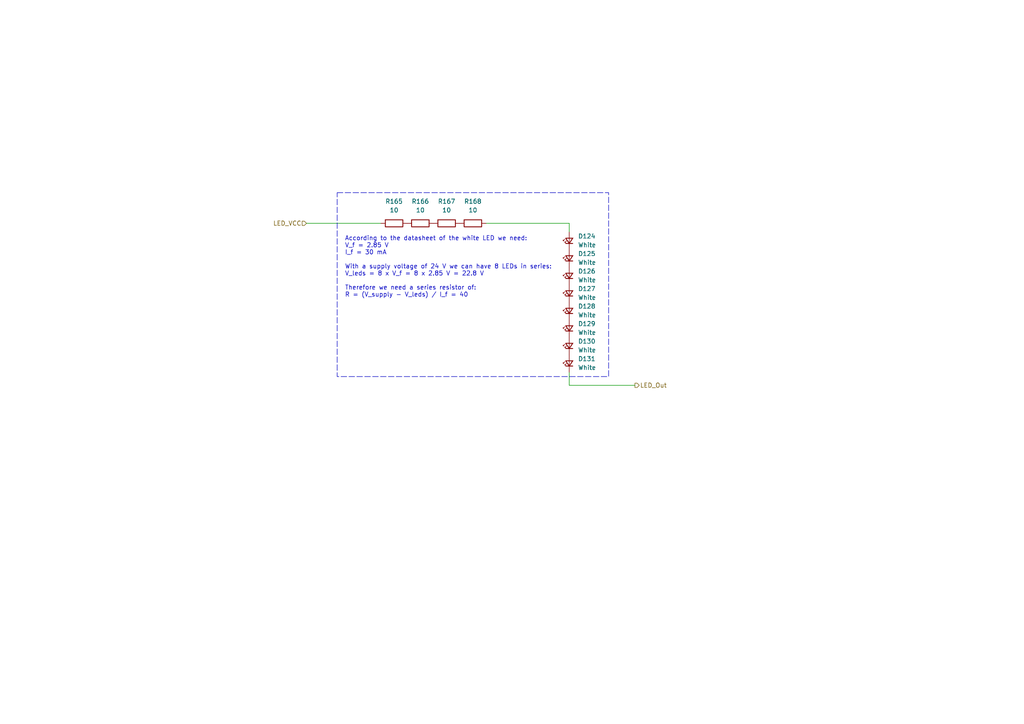
<source format=kicad_sch>
(kicad_sch (version 20231120) (generator "eeschema") (generator_version "8.0")
  (paper "A4")
  (lib_symbols
    (symbol "_LED:White" (pin_numbers hide) (pin_names (offset 0.254) hide)
      (property "Reference" "D" (at -1.27 3.175 0))
      (property "Value" "White" (at -4.445 -2.54 0))
      (symbol "White_0_1"
        (polyline (pts (xy -0.762 -1.016) (xy -0.762 1.016)) (stroke (width 0.254)))
        (polyline (pts (xy 1.016 0) (xy -0.762 0)))
        (polyline (pts (xy 0.762 -1.016) (xy -0.762 0) (xy 0.762 1.016) (xy 0.762 -1.016)) (stroke (width 0.254)))
        (polyline (pts (xy 0 0.762) (xy -0.508 1.27) (xy -0.254 1.27) (xy -0.508 1.27) (xy -0.508 1.016)))
        (polyline (pts (xy 0.508 1.27) (xy 0 1.778) (xy 0.254 1.778) (xy 0 1.778) (xy 0 1.524)))
      )
      (symbol "White_1_1"
        (pin passive line (at -2.54 0 0) (length 1.778) (name "K") (number "1"))
        (pin passive line (at 2.54 0 180) (length 1.778) (name "A") (number "2"))
      )
    )
    (symbol "_R_0603:10" (pin_numbers hide) (pin_names (offset 0))
      (property "Reference" "R" (at 2.032 0 90))
      (property "Value" "10" (at 0 0 90))
      (symbol "10_0_1"
        (rectangle (start -1.016 -2.54) (end 1.016 2.54) (stroke (width 0.254)))
      )
      (symbol "10_1_1"
        (pin passive line (at 0 3.81 270) (length 1.27) (name "~") (number "1"))
        (pin passive line (at 0 -3.81 90) (length 1.27) (name "~") (number "2"))
      )
    )
  )
  (wire (pts (xy 88.9 64.77) (xy 110.49 64.77)))
  (wire (pts (xy 165.1 111.76) (xy 184.15 111.76)))
  (wire (pts (xy 140.97 64.77) (xy 165.1 64.77)))
  (wire (pts (xy 165.1 107.95) (xy 165.1 111.76)))
  (wire (pts (xy 165.1 64.77) (xy 165.1 67.31)))
  (rectangle (start 97.79 55.88) (end 176.53 109.22) (stroke (width 0) (type dash)))
  (text_box "According to the datasheet of the white LED we need:\nV_f = 2.85 V\nI_f = 30 mA\n\nWith a supply voltage of 24 V we can have 8 LEDs in series:\nV_leds = 8 x V_f = 8 x 2.85 V = 22.8 V\n\nTherefore we need a series resistor of:\nR = (V_supply - V_leds) / I_f = 40\n\n" (at 99.06 67.31 0) (size 64.77 19.05) (stroke (width -0.0001)) (effects (font (size 1.27 1.27)) (justify left top)))
  (hierarchical_label "LED_VCC" (shape input) (at 88.9 64.77 180))
  (hierarchical_label "LED_Out" (shape output) (at 184.15 111.76 0))
  (symbol (lib_id "_R_0603:10") (at 121.92 64.77 90) (unit 1)
    (property "Reference" "R130" (at 121.92 58.42 90))
    (property "Value" "10" (at 121.92 60.96 90))
    (property "Footprint" "Resistor_SMD:R_0603_1608Metric" (effects (hide yes)))
    (property "Description" "Resistor 10 1% 100mW 75V 0603" (effects (hide yes)))
    (property "MF" "UNI-ROYAL" (effects (hide yes)))
    (property "MPN" "0603WAF100JT5E" (effects (hide yes)))
    (property "OC_LCSC" "C22859" (effects (hide yes)))
    (instances (project "Partial_Drawer_Controller_v1" (path "" (reference "R166") (unit 1)) (path "" (reference "R122") (unit 1)) (path "" (reference "R22") (unit 1)) (path "" (reference "R174") (unit 1)) (path "" (reference "R198") (unit 1)) (path "" (reference "R154") (unit 1)) (path "" (reference "R186") (unit 1)) (path "" (reference "R190") (unit 1)) (path "" (reference "R162") (unit 1)) (path "" (reference "R146") (unit 1)) (path "" (reference "R116") (unit 1)) (path "" (reference "R170") (unit 1)) (path "" (reference "R130") (unit 1)) (path "" (reference "R182") (unit 1)) (path "" (reference "R18") (unit 1)) (path "" (reference "R134") (unit 1)) (path "" (reference "R26") (unit 1)) (path "" (reference "R138") (unit 1)) (path "" (reference "R194") (unit 1)) (path "" (reference "R126") (unit 1)) (path "" (reference "R150") (unit 1)) (path "" (reference "R178") (unit 1)) (path "" (reference "R142") (unit 1)) (path "" (reference "R158") (unit 1))))
  )
  (symbol (lib_id "_R_0603:10") (at 114.3 64.77 90) (unit 1)
    (property "Reference" "R129" (at 114.3 58.42 90))
    (property "Value" "10" (at 114.3 60.96 90))
    (property "Footprint" "Resistor_SMD:R_0603_1608Metric" (effects (hide yes)))
    (property "Description" "Resistor 10 1% 100mW 75V 0603" (effects (hide yes)))
    (property "MF" "UNI-ROYAL" (effects (hide yes)))
    (property "MPN" "0603WAF100JT5E" (effects (hide yes)))
    (property "OC_LCSC" "C22859" (effects (hide yes)))
    (instances (project "Partial_Drawer_Controller_v1" (path "" (reference "R165") (unit 1)) (path "" (reference "R121") (unit 1)) (path "" (reference "R21") (unit 1)) (path "" (reference "R173") (unit 1)) (path "" (reference "R197") (unit 1)) (path "" (reference "R153") (unit 1)) (path "" (reference "R185") (unit 1)) (path "" (reference "R189") (unit 1)) (path "" (reference "R161") (unit 1)) (path "" (reference "R145") (unit 1)) (path "" (reference "R115") (unit 1)) (path "" (reference "R169") (unit 1)) (path "" (reference "R129") (unit 1)) (path "" (reference "R181") (unit 1)) (path "" (reference "R17") (unit 1)) (path "" (reference "R133") (unit 1)) (path "" (reference "R25") (unit 1)) (path "" (reference "R137") (unit 1)) (path "" (reference "R193") (unit 1)) (path "" (reference "R125") (unit 1)) (path "" (reference "R149") (unit 1)) (path "" (reference "R177") (unit 1)) (path "" (reference "R141") (unit 1)) (path "" (reference "R157") (unit 1))))
  )
  (symbol (lib_id "_LED:White") (at 165.1 69.85 90) (unit 1)
    (property "Reference" "D52" (at 167.64 68.5164 90) (effects (justify right)))
    (property "Value" "White" (at 167.64 71.0564 90) (effects (justify right)))
    (property "Footprint" "LED_SMD:LED_0603_1608Metric" (effects (hide yes)))
    (property "Datasheet" "https://datasheet.lcsc.com/lcsc/2305091500_Hubei-KENTO-Elec-KT-0603W_C2290.pdf" (effects (hide yes)))
    (property "Description" "LED Red 0603" (effects (hide yes)))
    (property "MF" "Hubei KENTO Elec" (effects (hide yes)))
    (property "MPN" "KT-0603W" (effects (hide yes)))
    (property "OC_LCSC" "C2290" (effects (hide yes)))
    (instances (project "Partial_Drawer_Controller_v1" (path "" (reference "D124") (unit 1)) (path "" (reference "D36") (unit 1)) (path "" (reference "D11") (unit 1)) (path "" (reference "D140") (unit 1)) (path "" (reference "D188") (unit 1)) (path "" (reference "D100") (unit 1)) (path "" (reference "D164") (unit 1)) (path "" (reference "D172") (unit 1)) (path "" (reference "D116") (unit 1)) (path "" (reference "D84") (unit 1)) (path "" (reference "D28") (unit 1)) (path "" (reference "D132") (unit 1)) (path "" (reference "D52") (unit 1)) (path "" (reference "D156") (unit 1)) (path "" (reference "D3") (unit 1)) (path "" (reference "D60") (unit 1)) (path "" (reference "D19") (unit 1)) (path "" (reference "D68") (unit 1)) (path "" (reference "D180") (unit 1)) (path "" (reference "D44") (unit 1)) (path "" (reference "D92") (unit 1)) (path "" (reference "D148") (unit 1)) (path "" (reference "D76") (unit 1)) (path "" (reference "D108") (unit 1))))
  )
  (symbol (lib_id "_LED:White") (at 165.1 95.25 90) (unit 1)
    (property "Reference" "D57" (at 167.64 93.9164 90) (effects (justify right)))
    (property "Value" "White" (at 167.64 96.4564 90) (effects (justify right)))
    (property "Footprint" "LED_SMD:LED_0603_1608Metric" (effects (hide yes)))
    (property "Datasheet" "https://datasheet.lcsc.com/lcsc/2305091500_Hubei-KENTO-Elec-KT-0603W_C2290.pdf" (effects (hide yes)))
    (property "Description" "LED Red 0603" (effects (hide yes)))
    (property "MF" "Hubei KENTO Elec" (effects (hide yes)))
    (property "MPN" "KT-0603W" (effects (hide yes)))
    (property "OC_LCSC" "C2290" (effects (hide yes)))
    (instances (project "Partial_Drawer_Controller_v1" (path "" (reference "D129") (unit 1)) (path "" (reference "D41") (unit 1)) (path "" (reference "D16") (unit 1)) (path "" (reference "D145") (unit 1)) (path "" (reference "D193") (unit 1)) (path "" (reference "D105") (unit 1)) (path "" (reference "D169") (unit 1)) (path "" (reference "D177") (unit 1)) (path "" (reference "D121") (unit 1)) (path "" (reference "D89") (unit 1)) (path "" (reference "D33") (unit 1)) (path "" (reference "D137") (unit 1)) (path "" (reference "D57") (unit 1)) (path "" (reference "D161") (unit 1)) (path "" (reference "D8") (unit 1)) (path "" (reference "D65") (unit 1)) (path "" (reference "D24") (unit 1)) (path "" (reference "D73") (unit 1)) (path "" (reference "D185") (unit 1)) (path "" (reference "D49") (unit 1)) (path "" (reference "D97") (unit 1)) (path "" (reference "D153") (unit 1)) (path "" (reference "D81") (unit 1)) (path "" (reference "D113") (unit 1))))
  )
  (symbol (lib_id "_LED:White") (at 165.1 105.41 90) (unit 1)
    (property "Reference" "D59" (at 167.64 104.0764 90) (effects (justify right)))
    (property "Value" "White" (at 167.64 106.6164 90) (effects (justify right)))
    (property "Footprint" "LED_SMD:LED_0603_1608Metric" (effects (hide yes)))
    (property "Datasheet" "https://datasheet.lcsc.com/lcsc/2305091500_Hubei-KENTO-Elec-KT-0603W_C2290.pdf" (effects (hide yes)))
    (property "Description" "LED Red 0603" (effects (hide yes)))
    (property "MF" "Hubei KENTO Elec" (effects (hide yes)))
    (property "MPN" "KT-0603W" (effects (hide yes)))
    (property "OC_LCSC" "C2290" (effects (hide yes)))
    (instances (project "Partial_Drawer_Controller_v1" (path "" (reference "D131") (unit 1)) (path "" (reference "D43") (unit 1)) (path "" (reference "D18") (unit 1)) (path "" (reference "D147") (unit 1)) (path "" (reference "D195") (unit 1)) (path "" (reference "D107") (unit 1)) (path "" (reference "D171") (unit 1)) (path "" (reference "D179") (unit 1)) (path "" (reference "D123") (unit 1)) (path "" (reference "D91") (unit 1)) (path "" (reference "D35") (unit 1)) (path "" (reference "D139") (unit 1)) (path "" (reference "D59") (unit 1)) (path "" (reference "D163") (unit 1)) (path "" (reference "D10") (unit 1)) (path "" (reference "D67") (unit 1)) (path "" (reference "D26") (unit 1)) (path "" (reference "D75") (unit 1)) (path "" (reference "D187") (unit 1)) (path "" (reference "D51") (unit 1)) (path "" (reference "D99") (unit 1)) (path "" (reference "D155") (unit 1)) (path "" (reference "D83") (unit 1)) (path "" (reference "D115") (unit 1))))
  )
  (symbol (lib_id "_LED:White") (at 165.1 90.17 90) (unit 1)
    (property "Reference" "D56" (at 167.64 88.8364 90) (effects (justify right)))
    (property "Value" "White" (at 167.64 91.3764 90) (effects (justify right)))
    (property "Footprint" "LED_SMD:LED_0603_1608Metric" (effects (hide yes)))
    (property "Datasheet" "https://datasheet.lcsc.com/lcsc/2305091500_Hubei-KENTO-Elec-KT-0603W_C2290.pdf" (effects (hide yes)))
    (property "Description" "LED Red 0603" (effects (hide yes)))
    (property "MF" "Hubei KENTO Elec" (effects (hide yes)))
    (property "MPN" "KT-0603W" (effects (hide yes)))
    (property "OC_LCSC" "C2290" (effects (hide yes)))
    (instances (project "Partial_Drawer_Controller_v1" (path "" (reference "D128") (unit 1)) (path "" (reference "D40") (unit 1)) (path "" (reference "D15") (unit 1)) (path "" (reference "D144") (unit 1)) (path "" (reference "D192") (unit 1)) (path "" (reference "D104") (unit 1)) (path "" (reference "D168") (unit 1)) (path "" (reference "D176") (unit 1)) (path "" (reference "D120") (unit 1)) (path "" (reference "D88") (unit 1)) (path "" (reference "D32") (unit 1)) (path "" (reference "D136") (unit 1)) (path "" (reference "D56") (unit 1)) (path "" (reference "D160") (unit 1)) (path "" (reference "D7") (unit 1)) (path "" (reference "D64") (unit 1)) (path "" (reference "D23") (unit 1)) (path "" (reference "D72") (unit 1)) (path "" (reference "D184") (unit 1)) (path "" (reference "D48") (unit 1)) (path "" (reference "D96") (unit 1)) (path "" (reference "D152") (unit 1)) (path "" (reference "D80") (unit 1)) (path "" (reference "D112") (unit 1))))
  )
  (symbol (lib_id "_R_0603:10") (at 129.54 64.77 90) (unit 1)
    (property "Reference" "R131" (at 129.54 58.42 90))
    (property "Value" "10" (at 129.54 60.96 90))
    (property "Footprint" "Resistor_SMD:R_0603_1608Metric" (effects (hide yes)))
    (property "Description" "Resistor 10 1% 100mW 75V 0603" (effects (hide yes)))
    (property "MF" "UNI-ROYAL" (effects (hide yes)))
    (property "MPN" "0603WAF100JT5E" (effects (hide yes)))
    (property "OC_LCSC" "C22859" (effects (hide yes)))
    (instances (project "Partial_Drawer_Controller_v1" (path "" (reference "R167") (unit 1)) (path "" (reference "R123") (unit 1)) (path "" (reference "R23") (unit 1)) (path "" (reference "R175") (unit 1)) (path "" (reference "R199") (unit 1)) (path "" (reference "R155") (unit 1)) (path "" (reference "R187") (unit 1)) (path "" (reference "R191") (unit 1)) (path "" (reference "R163") (unit 1)) (path "" (reference "R147") (unit 1)) (path "" (reference "R117") (unit 1)) (path "" (reference "R171") (unit 1)) (path "" (reference "R131") (unit 1)) (path "" (reference "R183") (unit 1)) (path "" (reference "R19") (unit 1)) (path "" (reference "R135") (unit 1)) (path "" (reference "R27") (unit 1)) (path "" (reference "R139") (unit 1)) (path "" (reference "R195") (unit 1)) (path "" (reference "R127") (unit 1)) (path "" (reference "R151") (unit 1)) (path "" (reference "R179") (unit 1)) (path "" (reference "R143") (unit 1)) (path "" (reference "R159") (unit 1))))
  )
  (symbol (lib_id "_LED:White") (at 165.1 85.09 90) (unit 1)
    (property "Reference" "D55" (at 167.64 83.7564 90) (effects (justify right)))
    (property "Value" "White" (at 167.64 86.2964 90) (effects (justify right)))
    (property "Footprint" "LED_SMD:LED_0603_1608Metric" (effects (hide yes)))
    (property "Datasheet" "https://datasheet.lcsc.com/lcsc/2305091500_Hubei-KENTO-Elec-KT-0603W_C2290.pdf" (effects (hide yes)))
    (property "Description" "LED Red 0603" (effects (hide yes)))
    (property "MF" "Hubei KENTO Elec" (effects (hide yes)))
    (property "MPN" "KT-0603W" (effects (hide yes)))
    (property "OC_LCSC" "C2290" (effects (hide yes)))
    (instances (project "Partial_Drawer_Controller_v1" (path "" (reference "D127") (unit 1)) (path "" (reference "D39") (unit 1)) (path "" (reference "D14") (unit 1)) (path "" (reference "D143") (unit 1)) (path "" (reference "D191") (unit 1)) (path "" (reference "D103") (unit 1)) (path "" (reference "D167") (unit 1)) (path "" (reference "D175") (unit 1)) (path "" (reference "D119") (unit 1)) (path "" (reference "D87") (unit 1)) (path "" (reference "D31") (unit 1)) (path "" (reference "D135") (unit 1)) (path "" (reference "D55") (unit 1)) (path "" (reference "D159") (unit 1)) (path "" (reference "D6") (unit 1)) (path "" (reference "D63") (unit 1)) (path "" (reference "D22") (unit 1)) (path "" (reference "D71") (unit 1)) (path "" (reference "D183") (unit 1)) (path "" (reference "D47") (unit 1)) (path "" (reference "D95") (unit 1)) (path "" (reference "D151") (unit 1)) (path "" (reference "D79") (unit 1)) (path "" (reference "D111") (unit 1))))
  )
  (symbol (lib_id "_LED:White") (at 165.1 80.01 90) (unit 1)
    (property "Reference" "D54" (at 167.64 78.6764 90) (effects (justify right)))
    (property "Value" "White" (at 167.64 81.2164 90) (effects (justify right)))
    (property "Footprint" "LED_SMD:LED_0603_1608Metric" (effects (hide yes)))
    (property "Datasheet" "https://datasheet.lcsc.com/lcsc/2305091500_Hubei-KENTO-Elec-KT-0603W_C2290.pdf" (effects (hide yes)))
    (property "Description" "LED Red 0603" (effects (hide yes)))
    (property "MF" "Hubei KENTO Elec" (effects (hide yes)))
    (property "MPN" "KT-0603W" (effects (hide yes)))
    (property "OC_LCSC" "C2290" (effects (hide yes)))
    (instances (project "Partial_Drawer_Controller_v1" (path "" (reference "D126") (unit 1)) (path "" (reference "D38") (unit 1)) (path "" (reference "D13") (unit 1)) (path "" (reference "D142") (unit 1)) (path "" (reference "D190") (unit 1)) (path "" (reference "D102") (unit 1)) (path "" (reference "D166") (unit 1)) (path "" (reference "D174") (unit 1)) (path "" (reference "D118") (unit 1)) (path "" (reference "D86") (unit 1)) (path "" (reference "D30") (unit 1)) (path "" (reference "D134") (unit 1)) (path "" (reference "D54") (unit 1)) (path "" (reference "D158") (unit 1)) (path "" (reference "D5") (unit 1)) (path "" (reference "D62") (unit 1)) (path "" (reference "D21") (unit 1)) (path "" (reference "D70") (unit 1)) (path "" (reference "D182") (unit 1)) (path "" (reference "D46") (unit 1)) (path "" (reference "D94") (unit 1)) (path "" (reference "D150") (unit 1)) (path "" (reference "D78") (unit 1)) (path "" (reference "D110") (unit 1))))
  )
  (symbol (lib_id "_R_0603:10") (at 137.16 64.77 90) (unit 1)
    (property "Reference" "R132" (at 137.16 58.42 90))
    (property "Value" "10" (at 137.16 60.96 90))
    (property "Footprint" "Resistor_SMD:R_0603_1608Metric" (effects (hide yes)))
    (property "Description" "Resistor 10 1% 100mW 75V 0603" (effects (hide yes)))
    (property "MF" "UNI-ROYAL" (effects (hide yes)))
    (property "MPN" "0603WAF100JT5E" (effects (hide yes)))
    (property "OC_LCSC" "C22859" (effects (hide yes)))
    (instances (project "Partial_Drawer_Controller_v1" (path "" (reference "R168") (unit 1)) (path "" (reference "R124") (unit 1)) (path "" (reference "R24") (unit 1)) (path "" (reference "R176") (unit 1)) (path "" (reference "R200") (unit 1)) (path "" (reference "R156") (unit 1)) (path "" (reference "R188") (unit 1)) (path "" (reference "R192") (unit 1)) (path "" (reference "R164") (unit 1)) (path "" (reference "R148") (unit 1)) (path "" (reference "R118") (unit 1)) (path "" (reference "R172") (unit 1)) (path "" (reference "R132") (unit 1)) (path "" (reference "R184") (unit 1)) (path "" (reference "R20") (unit 1)) (path "" (reference "R136") (unit 1)) (path "" (reference "R28") (unit 1)) (path "" (reference "R140") (unit 1)) (path "" (reference "R196") (unit 1)) (path "" (reference "R128") (unit 1)) (path "" (reference "R152") (unit 1)) (path "" (reference "R180") (unit 1)) (path "" (reference "R144") (unit 1)) (path "" (reference "R160") (unit 1))))
  )
  (symbol (lib_id "_LED:White") (at 165.1 74.93 90) (unit 1)
    (property "Reference" "D53" (at 167.64 73.5964 90) (effects (justify right)))
    (property "Value" "White" (at 167.64 76.1364 90) (effects (justify right)))
    (property "Footprint" "LED_SMD:LED_0603_1608Metric" (effects (hide yes)))
    (property "Datasheet" "https://datasheet.lcsc.com/lcsc/2305091500_Hubei-KENTO-Elec-KT-0603W_C2290.pdf" (effects (hide yes)))
    (property "Description" "LED Red 0603" (effects (hide yes)))
    (property "MF" "Hubei KENTO Elec" (effects (hide yes)))
    (property "MPN" "KT-0603W" (effects (hide yes)))
    (property "OC_LCSC" "C2290" (effects (hide yes)))
    (instances (project "Partial_Drawer_Controller_v1" (path "" (reference "D125") (unit 1)) (path "" (reference "D37") (unit 1)) (path "" (reference "D12") (unit 1)) (path "" (reference "D141") (unit 1)) (path "" (reference "D189") (unit 1)) (path "" (reference "D101") (unit 1)) (path "" (reference "D165") (unit 1)) (path "" (reference "D173") (unit 1)) (path "" (reference "D117") (unit 1)) (path "" (reference "D85") (unit 1)) (path "" (reference "D29") (unit 1)) (path "" (reference "D133") (unit 1)) (path "" (reference "D53") (unit 1)) (path "" (reference "D157") (unit 1)) (path "" (reference "D4") (unit 1)) (path "" (reference "D61") (unit 1)) (path "" (reference "D20") (unit 1)) (path "" (reference "D69") (unit 1)) (path "" (reference "D181") (unit 1)) (path "" (reference "D45") (unit 1)) (path "" (reference "D93") (unit 1)) (path "" (reference "D149") (unit 1)) (path "" (reference "D77") (unit 1)) (path "" (reference "D109") (unit 1))))
  )
  (symbol (lib_id "_LED:White") (at 165.1 100.33 90) (unit 1)
    (property "Reference" "D58" (at 167.64 98.9964 90) (effects (justify right)))
    (property "Value" "White" (at 167.64 101.5364 90) (effects (justify right)))
    (property "Footprint" "LED_SMD:LED_0603_1608Metric" (effects (hide yes)))
    (property "Datasheet" "https://datasheet.lcsc.com/lcsc/2305091500_Hubei-KENTO-Elec-KT-0603W_C2290.pdf" (effects (hide yes)))
    (property "Description" "LED Red 0603" (effects (hide yes)))
    (property "MF" "Hubei KENTO Elec" (effects (hide yes)))
    (property "MPN" "KT-0603W" (effects (hide yes)))
    (property "OC_LCSC" "C2290" (effects (hide yes)))
    (instances (project "Partial_Drawer_Controller_v1" (path "" (reference "D130") (unit 1)) (path "" (reference "D42") (unit 1)) (path "" (reference "D17") (unit 1)) (path "" (reference "D146") (unit 1)) (path "" (reference "D194") (unit 1)) (path "" (reference "D106") (unit 1)) (path "" (reference "D170") (unit 1)) (path "" (reference "D178") (unit 1)) (path "" (reference "D122") (unit 1)) (path "" (reference "D90") (unit 1)) (path "" (reference "D34") (unit 1)) (path "" (reference "D138") (unit 1)) (path "" (reference "D58") (unit 1)) (path "" (reference "D162") (unit 1)) (path "" (reference "D9") (unit 1)) (path "" (reference "D66") (unit 1)) (path "" (reference "D25") (unit 1)) (path "" (reference "D74") (unit 1)) (path "" (reference "D186") (unit 1)) (path "" (reference "D50") (unit 1)) (path "" (reference "D98") (unit 1)) (path "" (reference "D154") (unit 1)) (path "" (reference "D82") (unit 1)) (path "" (reference "D114") (unit 1))))
  )
)
</source>
